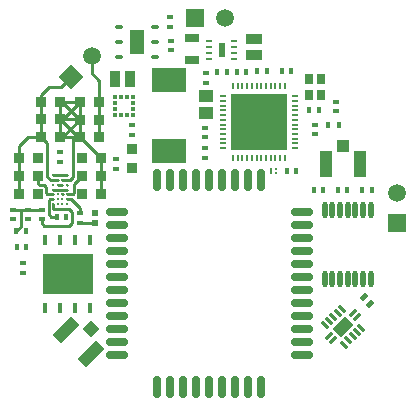
<source format=gtl>
G04 Layer_Physical_Order=1*
G04 Layer_Color=255*
%FSLAX44Y44*%
%MOMM*%
G71*
G01*
G75*
%ADD10C,0.2200*%
G04:AMPARAMS|DCode=11|XSize=0.25mm|YSize=0.15mm|CornerRadius=0.0375mm|HoleSize=0mm|Usage=FLASHONLY|Rotation=180.000|XOffset=0mm|YOffset=0mm|HoleType=Round|Shape=RoundedRectangle|*
%AMROUNDEDRECTD11*
21,1,0.2500,0.0750,0,0,180.0*
21,1,0.1750,0.1500,0,0,180.0*
1,1,0.0750,-0.0875,0.0375*
1,1,0.0750,0.0875,0.0375*
1,1,0.0750,0.0875,-0.0375*
1,1,0.0750,-0.0875,-0.0375*
%
%ADD11ROUNDEDRECTD11*%
G04:AMPARAMS|DCode=12|XSize=0.15mm|YSize=0.5mm|CornerRadius=0.0375mm|HoleSize=0mm|Usage=FLASHONLY|Rotation=180.000|XOffset=0mm|YOffset=0mm|HoleType=Round|Shape=RoundedRectangle|*
%AMROUNDEDRECTD12*
21,1,0.1500,0.4250,0,0,180.0*
21,1,0.0750,0.5000,0,0,180.0*
1,1,0.0750,-0.0375,0.2125*
1,1,0.0750,0.0375,0.2125*
1,1,0.0750,0.0375,-0.2125*
1,1,0.0750,-0.0375,-0.2125*
%
%ADD12ROUNDEDRECTD12*%
%ADD13R,1.0000X1.0500*%
%ADD14R,1.0500X2.2000*%
%ADD15R,1.2500X1.0000*%
%ADD16R,0.4000X0.6000*%
%ADD17R,0.6000X0.4000*%
G04:AMPARAMS|DCode=18|XSize=0.4mm|YSize=0.6mm|CornerRadius=0mm|HoleSize=0mm|Usage=FLASHONLY|Rotation=135.000|XOffset=0mm|YOffset=0mm|HoleType=Round|Shape=Rectangle|*
%AMROTATEDRECTD18*
4,1,4,0.3535,0.0707,-0.0707,-0.3535,-0.3535,-0.0707,0.0707,0.3535,0.3535,0.0707,0.0*
%
%ADD18ROTATEDRECTD18*%

%ADD19R,0.5000X0.6000*%
G04:AMPARAMS|DCode=20|XSize=1mm|YSize=1.5mm|CornerRadius=0mm|HoleSize=0mm|Usage=FLASHONLY|Rotation=315.000|XOffset=0mm|YOffset=0mm|HoleType=Round|Shape=Rectangle|*
%AMROTATEDRECTD20*
4,1,4,-0.8839,-0.1768,0.1768,0.8839,0.8839,0.1768,-0.1768,-0.8839,-0.8839,-0.1768,0.0*
%
%ADD20ROTATEDRECTD20*%

G04:AMPARAMS|DCode=21|XSize=0.25mm|YSize=0.9mm|CornerRadius=0mm|HoleSize=0mm|Usage=FLASHONLY|Rotation=315.000|XOffset=0mm|YOffset=0mm|HoleType=Round|Shape=Round|*
%AMOVALD21*
21,1,0.6500,0.2500,0.0000,0.0000,45.0*
1,1,0.2500,-0.2298,-0.2298*
1,1,0.2500,0.2298,0.2298*
%
%ADD21OVALD21*%

G04:AMPARAMS|DCode=22|XSize=0.25mm|YSize=0.9mm|CornerRadius=0mm|HoleSize=0mm|Usage=FLASHONLY|Rotation=45.000|XOffset=0mm|YOffset=0mm|HoleType=Round|Shape=Round|*
%AMOVALD22*
21,1,0.6500,0.2500,0.0000,0.0000,135.0*
1,1,0.2500,0.2298,-0.2298*
1,1,0.2500,-0.2298,0.2298*
%
%ADD22OVALD22*%

%ADD23R,0.9000X0.9000*%
%ADD24R,0.9000X0.9000*%
%ADD25O,0.4500X1.4500*%
%ADD26R,3.0000X2.0000*%
%ADD27R,1.4000X0.9000*%
%ADD28R,0.9000X1.4000*%
%ADD29R,1.2000X0.8000*%
%ADD30R,0.6000X1.2000*%
%ADD31O,0.5500X0.2500*%
%ADD32R,1.1500X2.0000*%
%ADD33O,0.6500X0.4000*%
%ADD34R,4.2000X3.4000*%
%ADD35O,0.4000X0.9500*%
G04:AMPARAMS|DCode=36|XSize=1.8mm|YSize=0.6mm|CornerRadius=0.15mm|HoleSize=0mm|Usage=FLASHONLY|Rotation=0.000|XOffset=0mm|YOffset=0mm|HoleType=Round|Shape=RoundedRectangle|*
%AMROUNDEDRECTD36*
21,1,1.8000,0.3000,0,0,0.0*
21,1,1.5000,0.6000,0,0,0.0*
1,1,0.3000,0.7500,-0.1500*
1,1,0.3000,-0.7500,-0.1500*
1,1,0.3000,-0.7500,0.1500*
1,1,0.3000,0.7500,0.1500*
%
%ADD36ROUNDEDRECTD36*%
G04:AMPARAMS|DCode=37|XSize=1.8mm|YSize=0.6mm|CornerRadius=0.15mm|HoleSize=0mm|Usage=FLASHONLY|Rotation=270.000|XOffset=0mm|YOffset=0mm|HoleType=Round|Shape=RoundedRectangle|*
%AMROUNDEDRECTD37*
21,1,1.8000,0.3000,0,0,270.0*
21,1,1.5000,0.6000,0,0,270.0*
1,1,0.3000,-0.1500,-0.7500*
1,1,0.3000,-0.1500,0.7500*
1,1,0.3000,0.1500,0.7500*
1,1,0.3000,0.1500,-0.7500*
%
%ADD37ROUNDEDRECTD37*%
%ADD38O,0.6500X0.2000*%
%ADD39O,0.2000X0.6500*%
%ADD40R,4.7000X4.7000*%
%ADD41R,0.3000X0.3250*%
%ADD42R,0.3250X0.3000*%
G04:AMPARAMS|DCode=43|XSize=2.2mm|YSize=1.05mm|CornerRadius=0mm|HoleSize=0mm|Usage=FLASHONLY|Rotation=225.000|XOffset=0mm|YOffset=0mm|HoleType=Round|Shape=Rectangle|*
%AMROTATEDRECTD43*
4,1,4,0.4066,1.1490,1.1490,0.4066,-0.4066,-1.1490,-1.1490,-0.4066,0.4066,1.1490,0.0*
%
%ADD43ROTATEDRECTD43*%

G04:AMPARAMS|DCode=44|XSize=1.05mm|YSize=1mm|CornerRadius=0mm|HoleSize=0mm|Usage=FLASHONLY|Rotation=225.000|XOffset=0mm|YOffset=0mm|HoleType=Round|Shape=Rectangle|*
%AMROTATEDRECTD44*
4,1,4,0.0177,0.7248,0.7248,0.0177,-0.0177,-0.7248,-0.7248,-0.0177,0.0177,0.7248,0.0*
%
%ADD44ROTATEDRECTD44*%

%ADD45R,0.7500X0.8500*%
%ADD46C,0.2200*%
%ADD47C,1.5000*%
%ADD48P,2.1213X4X90.0*%
%ADD49R,1.5000X1.5000*%
%ADD50R,1.5000X1.5000*%
%ADD51C,0.3000*%
%ADD52C,0.6600*%
D10*
X-120400Y1000D02*
D03*
X-124400D02*
D03*
X-128400D02*
D03*
X-132400D02*
D03*
X-120400Y5000D02*
D03*
X-124400D02*
D03*
X-128400D02*
D03*
X-132400D02*
D03*
X-120400Y9000D02*
D03*
X-124400D02*
D03*
X-128400D02*
D03*
X-132400D02*
D03*
X-120400Y13000D02*
D03*
X-124400D02*
D03*
X-128400D02*
D03*
X-132400D02*
D03*
X-120400Y17000D02*
D03*
X-124400D02*
D03*
X-128400D02*
D03*
X-132400D02*
D03*
X-120400Y21000D02*
D03*
X-124400D02*
D03*
X-128400D02*
D03*
X-132400D02*
D03*
X-120400Y25000D02*
D03*
X-124400D02*
D03*
X-128400D02*
D03*
X-132400D02*
D03*
D11*
X56000Y27100D02*
D03*
Y30600D02*
D03*
D12*
X52000Y28850D02*
D03*
D13*
X113150Y49750D02*
D03*
D14*
X98400Y34500D02*
D03*
X127900D02*
D03*
D15*
X-2600Y77500D02*
D03*
Y92500D02*
D03*
D16*
X109800Y67900D02*
D03*
X100800D02*
D03*
X92500Y80100D02*
D03*
X84500D02*
D03*
X31200Y112600D02*
D03*
X23200D02*
D03*
X61100Y113000D02*
D03*
X69100D02*
D03*
X48500Y113100D02*
D03*
X40500D02*
D03*
X-155200Y-35500D02*
D03*
X-163200D02*
D03*
X-121100Y-10300D02*
D03*
X-129100D02*
D03*
X-155600Y-22400D02*
D03*
X-163600D02*
D03*
X116900Y12500D02*
D03*
X108900D02*
D03*
X88500D02*
D03*
X96500D02*
D03*
X129400D02*
D03*
X137400D02*
D03*
X14600Y112700D02*
D03*
X6600D02*
D03*
X73500Y29000D02*
D03*
X65500D02*
D03*
D17*
X-3800Y39800D02*
D03*
Y47800D02*
D03*
X89300Y68000D02*
D03*
Y60000D02*
D03*
X-3800Y65500D02*
D03*
Y57500D02*
D03*
X107400Y79200D02*
D03*
Y87200D02*
D03*
X-3200Y103400D02*
D03*
Y111400D02*
D03*
X-157400Y-57300D02*
D03*
Y-49300D02*
D03*
X-65300Y67600D02*
D03*
Y59600D02*
D03*
X-165900Y-12200D02*
D03*
Y-4200D02*
D03*
X-141600Y-12200D02*
D03*
Y-4200D02*
D03*
X-109700Y-7000D02*
D03*
Y-15000D02*
D03*
X-153800Y-12200D02*
D03*
Y-4200D02*
D03*
X-126300Y36700D02*
D03*
Y44700D02*
D03*
X-79100Y30800D02*
D03*
Y38800D02*
D03*
X-32600Y131000D02*
D03*
Y139000D02*
D03*
X-33300Y150700D02*
D03*
Y158700D02*
D03*
D18*
X130672Y-78271D02*
D03*
X136328Y-83928D02*
D03*
D19*
X-97000Y-6700D02*
D03*
Y-15700D02*
D03*
D20*
X113168Y-103068D02*
D03*
D21*
X121300Y-91401D02*
D03*
X124836Y-94937D02*
D03*
X105036Y-114735D02*
D03*
X101501Y-111200D02*
D03*
D22*
X128371Y-104129D02*
D03*
X124836Y-107664D02*
D03*
X121300Y-111200D02*
D03*
X117765Y-114735D02*
D03*
X114229Y-118271D02*
D03*
X97965Y-102008D02*
D03*
X101501Y-98472D02*
D03*
X105036Y-94937D02*
D03*
X108572Y-91401D02*
D03*
X112108Y-87865D02*
D03*
D23*
X-145200Y9400D02*
D03*
X-161200D02*
D03*
X-145200Y24700D02*
D03*
X-161200D02*
D03*
X-145200Y39300D02*
D03*
X-161200D02*
D03*
X-93700Y87000D02*
D03*
X-109700D02*
D03*
X-126200Y87200D02*
D03*
X-142200D02*
D03*
X-126200Y72600D02*
D03*
X-142200D02*
D03*
X-126200Y57800D02*
D03*
X-142200D02*
D03*
X-107900Y39300D02*
D03*
X-91900D02*
D03*
X-93500Y72300D02*
D03*
X-109500D02*
D03*
X-107900Y24700D02*
D03*
X-91900D02*
D03*
X-107900Y9400D02*
D03*
X-91900D02*
D03*
X-93400Y57600D02*
D03*
X-109400D02*
D03*
D24*
X-65800Y47600D02*
D03*
Y31600D02*
D03*
D25*
X97500Y-63150D02*
D03*
X104000D02*
D03*
X110500D02*
D03*
X117000D02*
D03*
X123500D02*
D03*
X130000D02*
D03*
X136500D02*
D03*
X97500Y-4650D02*
D03*
X104000D02*
D03*
X110500D02*
D03*
X117000D02*
D03*
X123500D02*
D03*
X130000D02*
D03*
X136500D02*
D03*
D26*
X-34500Y45500D02*
D03*
Y105500D02*
D03*
D27*
X37800Y140200D02*
D03*
Y127200D02*
D03*
D28*
X-80300Y106200D02*
D03*
X-67300D02*
D03*
D29*
X-14900Y123000D02*
D03*
Y141000D02*
D03*
D30*
X10500Y131200D02*
D03*
D31*
X21000Y138700D02*
D03*
Y133700D02*
D03*
Y128700D02*
D03*
Y123700D02*
D03*
X0D02*
D03*
Y128700D02*
D03*
Y133700D02*
D03*
Y138700D02*
D03*
D32*
X-61000Y138000D02*
D03*
D33*
X-45750Y150700D02*
D03*
Y138000D02*
D03*
Y125300D02*
D03*
X-76250D02*
D03*
Y138000D02*
D03*
Y150700D02*
D03*
D34*
X-119900Y-58600D02*
D03*
D35*
X-138950Y-29850D02*
D03*
X-126250D02*
D03*
X-113550D02*
D03*
X-100850D02*
D03*
Y-87350D02*
D03*
X-113550D02*
D03*
X-126250D02*
D03*
X-138950D02*
D03*
D36*
X78400Y-127100D02*
D03*
Y-116100D02*
D03*
Y-105100D02*
D03*
Y-94100D02*
D03*
Y-83100D02*
D03*
Y-72100D02*
D03*
Y-61100D02*
D03*
Y-50100D02*
D03*
Y-39100D02*
D03*
Y-28100D02*
D03*
Y-17100D02*
D03*
Y-6100D02*
D03*
X-78600D02*
D03*
Y-17100D02*
D03*
Y-28100D02*
D03*
Y-39100D02*
D03*
Y-50100D02*
D03*
Y-61100D02*
D03*
Y-72100D02*
D03*
Y-83100D02*
D03*
Y-94100D02*
D03*
Y-105100D02*
D03*
Y-116100D02*
D03*
Y-127100D02*
D03*
D37*
X43900Y21400D02*
D03*
X32900D02*
D03*
X21900D02*
D03*
X10900D02*
D03*
X-100D02*
D03*
X-11100D02*
D03*
X-22100D02*
D03*
X-33100D02*
D03*
X-44100D02*
D03*
Y-154600D02*
D03*
X-33100D02*
D03*
X-22100D02*
D03*
X-11100D02*
D03*
X-100D02*
D03*
X10900D02*
D03*
X21900D02*
D03*
X32900D02*
D03*
X43900D02*
D03*
D38*
X11700Y92000D02*
D03*
Y88000D02*
D03*
Y84000D02*
D03*
Y80000D02*
D03*
Y76000D02*
D03*
Y72000D02*
D03*
Y68000D02*
D03*
Y64000D02*
D03*
Y60000D02*
D03*
Y56000D02*
D03*
Y52000D02*
D03*
Y48000D02*
D03*
X72200D02*
D03*
Y52000D02*
D03*
Y56000D02*
D03*
Y60000D02*
D03*
Y64000D02*
D03*
Y68000D02*
D03*
Y72000D02*
D03*
Y76000D02*
D03*
Y80000D02*
D03*
Y84000D02*
D03*
Y88000D02*
D03*
Y92000D02*
D03*
D39*
X19950Y39750D02*
D03*
X23950D02*
D03*
X27950D02*
D03*
X31950D02*
D03*
X35950D02*
D03*
X39950D02*
D03*
X43950D02*
D03*
X47950D02*
D03*
X51950D02*
D03*
X55950D02*
D03*
X59950D02*
D03*
X63950D02*
D03*
Y100250D02*
D03*
X59950D02*
D03*
X55950D02*
D03*
X51950D02*
D03*
X47950D02*
D03*
X43950D02*
D03*
X39950D02*
D03*
X35950D02*
D03*
X31950D02*
D03*
X27950D02*
D03*
X23950D02*
D03*
X19950D02*
D03*
D40*
X41950Y70000D02*
D03*
D41*
X-64975Y91225D02*
D03*
X-69975D02*
D03*
X-74975D02*
D03*
X-79975D02*
D03*
Y75975D02*
D03*
X-74975D02*
D03*
X-69975D02*
D03*
X-64975D02*
D03*
D42*
X-80100Y86100D02*
D03*
Y81100D02*
D03*
X-64850D02*
D03*
Y86100D02*
D03*
D43*
X-100500Y-126400D02*
D03*
X-121360Y-105540D02*
D03*
D44*
X-100147Y-105187D02*
D03*
D45*
X84000Y106500D02*
D03*
X94500D02*
D03*
Y93000D02*
D03*
X84000D02*
D03*
D46*
X-138400Y9700D02*
Y15500D01*
Y9700D02*
X-137700Y9000D01*
X-132400D01*
Y13000D02*
X-128400D01*
X-136000Y-8100D02*
Y4100D01*
X-135100Y5000D01*
X-132400D01*
X-128400Y17000D02*
X-126400D01*
X-124400D01*
Y9000D02*
X-124200Y9200D01*
X-120500Y17000D02*
X-120400D01*
X-124400Y13000D02*
X-120400D01*
X-134500Y21000D02*
X-132400D01*
X-137100Y23600D02*
X-134500Y21000D01*
X-140000Y17100D02*
X-138400Y15500D01*
X-131700Y-3800D02*
X-118600D01*
X-117000Y5000D02*
X-109700Y-2300D01*
X-128400Y13000D02*
X-124400D01*
X-159900Y-18700D02*
Y-4250D01*
X-159850Y-4200D01*
X-136000Y-8100D02*
X-133800Y-10300D01*
X-132400Y-3100D02*
X-131700Y-3800D01*
X-153800Y-4200D02*
X-141600D01*
X-159850D02*
X-153800D01*
X-165900D02*
X-159850D01*
X-163600Y-22400D02*
X-159900Y-18700D01*
X-142200Y57800D02*
X-137100Y52700D01*
Y23600D02*
Y52700D01*
X-132400Y21000D02*
X-128400D01*
X-124400D02*
X-120400D01*
X-126000Y99600D02*
X-117460Y108139D01*
X-135800Y99600D02*
X-126000D01*
X-142200Y93200D02*
X-135800Y99600D01*
X-142200Y87200D02*
Y93200D01*
X-143900Y17100D02*
X-140000D01*
X-115700Y23400D02*
Y56700D01*
X-118100Y21000D02*
X-115700Y23400D01*
X-120400Y21000D02*
X-118100D01*
X-124400Y25000D02*
X-120400D01*
X-128400D02*
X-124400D01*
X-132400D02*
X-128400D01*
X-114700Y9700D02*
Y17900D01*
X-115400Y9000D02*
X-114700Y9700D01*
X-120400Y9000D02*
X-115400D01*
X-114700Y17900D02*
X-107900Y24700D01*
X-120400Y5000D02*
X-117000D01*
X-109700Y-15000D02*
X-97700D01*
X-145200Y18400D02*
X-143900Y17100D01*
X-145200Y18400D02*
Y24700D01*
X-109700Y72100D02*
Y87000D01*
X-117700Y64100D02*
X-109700Y72100D01*
X-124000Y57800D02*
X-117700Y64100D01*
X-117050Y79650D02*
X-109700Y87000D01*
X-124100Y72600D02*
X-117050Y79650D01*
X-124100Y72600D02*
X-110000D01*
X-117050Y79650D02*
X-110000Y72600D01*
X-124400Y87000D02*
X-117050Y79650D01*
X-126200Y72600D02*
X-124100D01*
X-111400Y57800D02*
X-109800D01*
X-124000D02*
X-111400D01*
X-111200Y57600D01*
X-117700Y64100D02*
X-111400Y57800D01*
X-126200Y72600D02*
X-117700Y64100D01*
X-111200Y57600D02*
X-109400D01*
X-126200Y57800D02*
X-124000D01*
X-109700Y57900D02*
Y72100D01*
X-109500Y72300D01*
X-124400Y87000D02*
X-109700D01*
X-126200Y72600D02*
Y87200D01*
Y57800D02*
Y72600D01*
X-142200D02*
Y87200D01*
Y57800D02*
Y72600D01*
X-161200Y24700D02*
Y39300D01*
Y9400D02*
Y24700D01*
X-153600Y57800D02*
X-142200D01*
X-161200Y50200D02*
X-153600Y57800D01*
X-161200Y39300D02*
Y50200D01*
X-91900Y24700D02*
Y39300D01*
Y9400D02*
Y24700D01*
X-109400Y57600D02*
X-91900Y40100D01*
X-109700Y57900D02*
X-109400Y57600D01*
X-91900Y39300D02*
Y40100D01*
X-93400Y57600D02*
Y105300D01*
X-99500Y111400D02*
X-93400Y105300D01*
X-99500Y111400D02*
Y126100D01*
X-109700Y-7000D02*
Y-2300D01*
X-141600Y-15700D02*
Y-12200D01*
Y-15700D02*
X-139800Y-17500D01*
X-119000D01*
X-116500Y-15000D01*
Y-5900D01*
X-118600Y-3800D02*
X-116500Y-5900D01*
X-132400Y-3100D02*
Y1000D01*
X-133800Y-10300D02*
X-129100D01*
D47*
X-99500Y126100D02*
D03*
X159100Y9700D02*
D03*
X13400Y158000D02*
D03*
D48*
X-117460Y108139D02*
D03*
D49*
X159100Y-15700D02*
D03*
D50*
X-12000Y158000D02*
D03*
D51*
X-132400Y17200D02*
D03*
X-128400Y9200D02*
D03*
X-132400Y13000D02*
D03*
X-126400Y17000D02*
D03*
X-124200Y9200D02*
D03*
X-120500Y17000D02*
D03*
X-120400Y13000D02*
D03*
X-128400Y5000D02*
D03*
X-97100Y-6700D02*
D03*
X-153800Y-12200D02*
D03*
X-141600Y-4200D02*
D03*
X-155600Y-22400D02*
D03*
X-145000Y39200D02*
D03*
X-126400Y36600D02*
D03*
X-108100Y39200D02*
D03*
X-107600Y9200D02*
D03*
X-145000Y9000D02*
D03*
D52*
X23950Y88000D02*
D03*
X35950D02*
D03*
X47950D02*
D03*
X59950D02*
D03*
X23950Y76000D02*
D03*
X35950D02*
D03*
X47950D02*
D03*
X59950D02*
D03*
X23950Y64000D02*
D03*
X35950D02*
D03*
X47950D02*
D03*
X59950D02*
D03*
X23950Y52000D02*
D03*
X35950D02*
D03*
X47950D02*
D03*
X59950D02*
D03*
M02*

</source>
